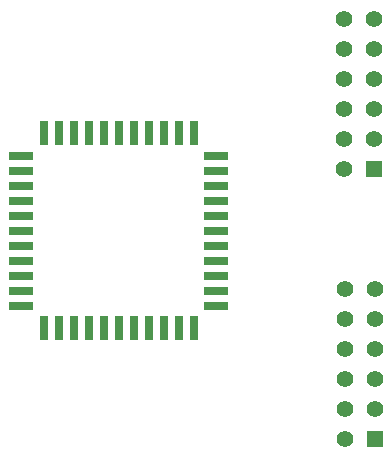
<source format=gts>
G04*
G04 #@! TF.GenerationSoftware,Altium Limited,Altium Designer,23.8.1 (32)*
G04*
G04 Layer_Color=8388736*
%FSLAX44Y44*%
%MOMM*%
G71*
G04*
G04 #@! TF.SameCoordinates,DF38465C-164B-46F8-8289-0D746A6B0DDA*
G04*
G04*
G04 #@! TF.FilePolarity,Negative*
G04*
G01*
G75*
%ADD16R,0.6508X2.0508*%
%ADD17R,2.0508X0.6508*%
%ADD18R,1.4208X1.4208*%
%ADD19C,1.4208*%
D16*
X-329347Y296221D02*
D03*
X-316647D02*
D03*
X-303947D02*
D03*
X-291247D02*
D03*
X-278547D02*
D03*
X-265847D02*
D03*
X-253147D02*
D03*
X-240447D02*
D03*
X-227747D02*
D03*
X-215047D02*
D03*
X-202347D02*
D03*
Y131121D02*
D03*
X-215047D02*
D03*
X-227747D02*
D03*
X-240447D02*
D03*
X-253147D02*
D03*
X-265847D02*
D03*
X-278547D02*
D03*
X-291247D02*
D03*
X-316647D02*
D03*
X-329347D02*
D03*
X-303947D02*
D03*
D17*
X-348397Y150171D02*
D03*
Y162871D02*
D03*
Y175571D02*
D03*
Y188271D02*
D03*
Y200971D02*
D03*
Y213671D02*
D03*
Y226371D02*
D03*
Y239071D02*
D03*
Y251771D02*
D03*
Y264471D02*
D03*
Y277171D02*
D03*
X-183297Y150171D02*
D03*
Y277171D02*
D03*
Y264471D02*
D03*
Y251771D02*
D03*
Y239071D02*
D03*
Y226371D02*
D03*
Y213671D02*
D03*
Y200971D02*
D03*
Y188271D02*
D03*
Y175571D02*
D03*
Y162871D02*
D03*
D18*
X-49870Y265855D02*
D03*
X-49475Y37558D02*
D03*
D19*
X-75270Y265855D02*
D03*
X-49870Y291255D02*
D03*
X-75270D02*
D03*
X-49870Y316655D02*
D03*
X-75270D02*
D03*
X-49870Y342055D02*
D03*
X-75270D02*
D03*
X-49870Y367455D02*
D03*
X-75270D02*
D03*
X-49870Y392855D02*
D03*
X-75270D02*
D03*
X-74875Y37558D02*
D03*
X-49475Y62958D02*
D03*
X-74875D02*
D03*
X-49475Y88358D02*
D03*
X-74875D02*
D03*
X-49475Y113758D02*
D03*
X-74875D02*
D03*
X-49475Y139158D02*
D03*
X-74875D02*
D03*
X-49475Y164558D02*
D03*
X-74875D02*
D03*
M02*

</source>
